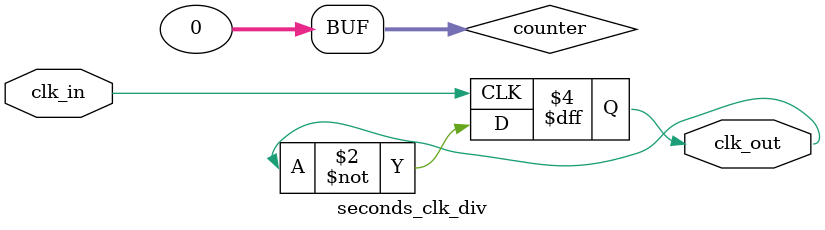
<source format=v>
module seconds_clk_div(
    input clk_in,
    output reg clk_out
);

reg [31:0] counter;

initial begin
    counter = 0;
    clk_out = 0;
end

// always @(posedge clk_in) begin
//     counter <= counter > 38 ? 0 : counter + 1;
    
//     if (!counter) begin
//         clk_out <= ~clk_out;
//     end
// end

always @(posedge clk_in) begin
    clk_out <= ~clk_out;
end

endmodule

</source>
